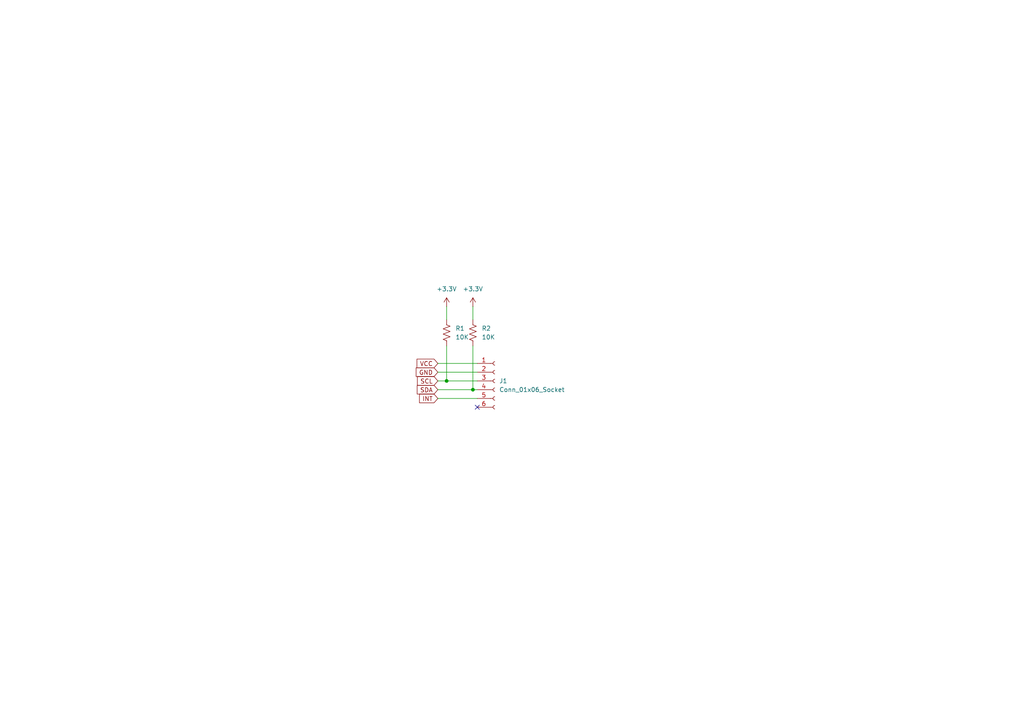
<source format=kicad_sch>
(kicad_sch (version 20231120) (generator "eeschema") (generator_version "8.0")
  (paper "A4")
  (lib_symbols
    (symbol "Connector:Conn_01x06_Socket" (pin_names (offset 1.016) hide)
      (property "Reference" "J" (at 0 7.62 0))
      (property "Value" "Conn_01x06_Socket" (at 0 -10.16 0))
      (symbol "Conn_01x06_Socket_1_1"
        (arc (start 0 -7.112) (mid -0.5058 -7.62) (end 0 -8.128) (stroke (width 0.1524)))
        (arc (start 0 -4.572) (mid -0.5058 -5.08) (end 0 -5.588) (stroke (width 0.1524)))
        (arc (start 0 -2.032) (mid -0.5058 -2.54) (end 0 -3.048) (stroke (width 0.1524)))
        (polyline (pts (xy -1.27 -7.62) (xy -0.508 -7.62)) (stroke (width 0.1524)))
        (polyline (pts (xy -1.27 -5.08) (xy -0.508 -5.08)) (stroke (width 0.1524)))
        (polyline (pts (xy -1.27 -2.54) (xy -0.508 -2.54)) (stroke (width 0.1524)))
        (polyline (pts (xy -1.27 0) (xy -0.508 0)) (stroke (width 0.1524)))
        (polyline (pts (xy -1.27 2.54) (xy -0.508 2.54)) (stroke (width 0.1524)))
        (polyline (pts (xy -1.27 5.08) (xy -0.508 5.08)) (stroke (width 0.1524)))
        (arc (start 0 0.508) (mid -0.5058 0) (end 0 -0.508) (stroke (width 0.1524)))
        (arc (start 0 3.048) (mid -0.5058 2.54) (end 0 2.032) (stroke (width 0.1524)))
        (arc (start 0 5.588) (mid -0.5058 5.08) (end 0 4.572) (stroke (width 0.1524)))
        (pin passive line (at -5.08 5.08 0) (length 3.81) (name "Pin_1") (number "1"))
        (pin passive line (at -5.08 2.54 0) (length 3.81) (name "Pin_2") (number "2"))
        (pin passive line (at -5.08 0 0) (length 3.81) (name "Pin_3") (number "3"))
        (pin passive line (at -5.08 -2.54 0) (length 3.81) (name "Pin_4") (number "4"))
        (pin passive line (at -5.08 -5.08 0) (length 3.81) (name "Pin_5") (number "5"))
        (pin passive line (at -5.08 -7.62 0) (length 3.81) (name "Pin_6") (number "6"))
      )
    )
    (symbol "Device:R_US" (pin_numbers hide) (pin_names (offset 0))
      (property "Reference" "R" (at 2.54 0 90))
      (property "Value" "R_US" (at -2.54 0 90))
      (symbol "R_US_0_1"
        (polyline (pts (xy 0 -2.286) (xy 0 -2.54)))
        (polyline (pts (xy 0 2.286) (xy 0 2.54)))
        (polyline (pts (xy 0 -0.762) (xy 1.016 -1.143) (xy 0 -1.524) (xy -1.016 -1.905) (xy 0 -2.286)))
        (polyline (pts (xy 0 0.762) (xy 1.016 0.381) (xy 0 0) (xy -1.016 -0.381) (xy 0 -0.762)))
        (polyline (pts (xy 0 2.286) (xy 1.016 1.905) (xy 0 1.524) (xy -1.016 1.143) (xy 0 0.762)))
      )
      (symbol "R_US_1_1"
        (pin passive line (at 0 3.81 270) (length 1.27) (name "~") (number "1"))
        (pin passive line (at 0 -3.81 90) (length 1.27) (name "~") (number "2"))
      )
    )
    (symbol "power:+3.3V" (power) (pin_numbers hide) (pin_names (offset 0) hide)
      (property "Value" "+3.3V" (at 0 3.556 0))
      (symbol "+3.3V_0_1"
        (polyline (pts (xy -0.762 1.27) (xy 0 2.54)))
        (polyline (pts (xy 0 0) (xy 0 2.54)))
        (polyline (pts (xy 0 2.54) (xy 0.762 1.27)))
      )
      (symbol "+3.3V_1_1"
        (pin power_in line (at 0 0 90) (length 0) (name "~") (number "1"))
      )
    )
  )
  (junction (at 137.16 113.03))
  (junction (at 129.54 110.49))
  (no_connect (at 138.43 118.11))
  (wire (pts (xy 127 110.49) (xy 129.54 110.49)))
  (wire (pts (xy 127 105.41) (xy 138.43 105.41)))
  (wire (pts (xy 137.16 88.9) (xy 137.16 92.71)))
  (wire (pts (xy 127 113.03) (xy 137.16 113.03)))
  (wire (pts (xy 129.54 88.9) (xy 129.54 92.71)))
  (wire (pts (xy 129.54 110.49) (xy 138.43 110.49)))
  (wire (pts (xy 127 115.57) (xy 138.43 115.57)))
  (wire (pts (xy 127 107.95) (xy 138.43 107.95)))
  (wire (pts (xy 129.54 100.33) (xy 129.54 110.49)))
  (wire (pts (xy 137.16 100.33) (xy 137.16 113.03)))
  (wire (pts (xy 137.16 113.03) (xy 138.43 113.03)))
  (global_label "GND" (shape input) (at 127 107.95 180) (property "Intersheetrefs" "${INTERSHEET_REFS}" (effects (hide yes))))
  (global_label "VCC" (shape input) (at 127 105.41 180) (property "Intersheetrefs" "${INTERSHEET_REFS}" (effects (hide yes))))
  (global_label "INT" (shape input) (at 127 115.57 180) (property "Intersheetrefs" "${INTERSHEET_REFS}" (effects (hide yes))))
  (global_label "SDA" (shape input) (at 127 113.03 180) (property "Intersheetrefs" "${INTERSHEET_REFS}" (effects (hide yes))))
  (global_label "SCL" (shape input) (at 127 110.49 180) (property "Intersheetrefs" "${INTERSHEET_REFS}" (effects (hide yes))))
  (symbol (lib_id "Connector:Conn_01x06_Socket") (at 143.51 110.49 0) (unit 1)
    (property "Reference" "J1" (at 144.78 110.4899 0) (effects (justify left)))
    (property "Value" "Conn_01x06_Socket" (at 144.78 113.0299 0) (effects (justify left)))
    (property "Footprint" "Connector_PinHeader_2.54mm:PinHeader_1x06_P2.54mm_Vertical" (effects (hide yes)))
    (property "Description" "Generic connector, single row, 01x06, script generated" (effects (hide yes)))
  )
  (symbol (lib_id "Device:R_US") (at 129.54 96.52 0) (unit 1)
    (property "Reference" "R1" (at 132.08 95.2499 0) (effects (justify left)))
    (property "Value" "10K" (at 132.08 97.7899 0) (effects (justify left)))
    (property "Footprint" "Resistor_SMD:R_0402_1005Metric_Pad0.72x0.64mm_HandSolder" (effects (hide yes)))
    (property "Description" "Resistor, US symbol" (effects (hide yes)))
  )
  (symbol (lib_id "Device:R_US") (at 137.16 96.52 0) (unit 1)
    (property "Reference" "R2" (at 139.7 95.2499 0) (effects (justify left)))
    (property "Value" "10K" (at 139.7 97.7899 0) (effects (justify left)))
    (property "Footprint" "Resistor_SMD:R_0402_1005Metric_Pad0.72x0.64mm_HandSolder" (effects (hide yes)))
    (property "Description" "Resistor, US symbol" (effects (hide yes)))
  )
  (symbol (lib_id "power:+3.3V") (at 137.16 88.9 0) (unit 1)
    (property "Reference" "#PWR02" (effects (hide yes)))
    (property "Value" "+3.3V" (at 137.16 83.82 0))
    (property "Description" "Power symbol creates a global label with name \"+3.3V\"" (effects (hide yes)))
  )
  (symbol (lib_id "power:+3.3V") (at 129.54 88.9 0) (unit 1)
    (property "Reference" "#PWR01" (effects (hide yes)))
    (property "Value" "+3.3V" (at 129.54 83.82 0))
    (property "Description" "Power symbol creates a global label with name \"+3.3V\"" (effects (hide yes)))
  )
)
</source>
